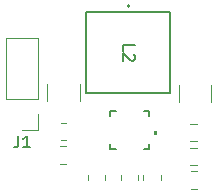
<source format=gto>
%TF.GenerationSoftware,KiCad,Pcbnew,9.0.4*%
%TF.CreationDate,2025-10-22T22:17:21-04:00*%
%TF.ProjectId,buck_regulator_12V_3A_L6983,6275636b-5f72-4656-9775-6c61746f725f,rev?*%
%TF.SameCoordinates,Original*%
%TF.FileFunction,Legend,Top*%
%TF.FilePolarity,Positive*%
%FSLAX46Y46*%
G04 Gerber Fmt 4.6, Leading zero omitted, Abs format (unit mm)*
G04 Created by KiCad (PCBNEW 9.0.4) date 2025-10-22 22:17:21*
%MOMM*%
%LPD*%
G01*
G04 APERTURE LIST*
%ADD10C,0.150000*%
%ADD11C,0.120000*%
%ADD12C,0.152400*%
%ADD13C,0.000000*%
G04 APERTURE END LIST*
D10*
X143845180Y-103050533D02*
X143845180Y-102574343D01*
X143845180Y-102574343D02*
X144845180Y-102574343D01*
X144749942Y-103336248D02*
X144797561Y-103383867D01*
X144797561Y-103383867D02*
X144845180Y-103479105D01*
X144845180Y-103479105D02*
X144845180Y-103717200D01*
X144845180Y-103717200D02*
X144797561Y-103812438D01*
X144797561Y-103812438D02*
X144749942Y-103860057D01*
X144749942Y-103860057D02*
X144654704Y-103907676D01*
X144654704Y-103907676D02*
X144559466Y-103907676D01*
X144559466Y-103907676D02*
X144416609Y-103860057D01*
X144416609Y-103860057D02*
X143845180Y-103288629D01*
X143845180Y-103288629D02*
X143845180Y-103907676D01*
X134966666Y-110234819D02*
X134966666Y-110949104D01*
X134966666Y-110949104D02*
X134919047Y-111091961D01*
X134919047Y-111091961D02*
X134823809Y-111187200D01*
X134823809Y-111187200D02*
X134680952Y-111234819D01*
X134680952Y-111234819D02*
X134585714Y-111234819D01*
X135966666Y-111234819D02*
X135395238Y-111234819D01*
X135680952Y-111234819D02*
X135680952Y-110234819D01*
X135680952Y-110234819D02*
X135585714Y-110377676D01*
X135585714Y-110377676D02*
X135490476Y-110472914D01*
X135490476Y-110472914D02*
X135395238Y-110520533D01*
D11*
%TO.C,R18*%
X145135000Y-114014564D02*
X145135000Y-113560436D01*
X143665000Y-114014564D02*
X143665000Y-113560436D01*
D12*
%TO.C,L2*%
X144376200Y-99280200D02*
G75*
G02*
X144223800Y-99280200I-76200J0D01*
G01*
X144223800Y-99280200D02*
G75*
G02*
X144376200Y-99280200I76200J0D01*
G01*
X140744000Y-99762800D02*
X140744000Y-106671600D01*
X140744000Y-106671600D02*
X147856000Y-106671600D01*
X147856000Y-106671600D02*
X147856000Y-99762800D01*
X147856000Y-99762800D02*
X140744000Y-99762800D01*
D11*
%TO.C,J1*%
X136680000Y-109780000D02*
X135300000Y-109780000D01*
X136680000Y-108400000D02*
X136680000Y-109780000D01*
X136680000Y-107130000D02*
X136680000Y-101940000D01*
X136680000Y-107130000D02*
X133920000Y-107130000D01*
X136680000Y-101940000D02*
X133920000Y-101940000D01*
X133920000Y-107130000D02*
X133920000Y-101940000D01*
%TO.C,R17*%
X140865000Y-113560436D02*
X140865000Y-114014564D01*
X142335000Y-113560436D02*
X142335000Y-114014564D01*
%TO.C,R19*%
X147035000Y-113560436D02*
X147035000Y-114014564D01*
X145565000Y-113560436D02*
X145565000Y-114014564D01*
%TO.C,C24*%
X149537748Y-110735000D02*
X150060252Y-110735000D01*
X149537748Y-109265000D02*
X150060252Y-109265000D01*
%TO.C,C22*%
X139011252Y-112635000D02*
X138488748Y-112635000D01*
X139011252Y-111165000D02*
X138488748Y-111165000D01*
%TO.C,R15*%
X138560436Y-109165000D02*
X139014564Y-109165000D01*
X138560436Y-110635000D02*
X139014564Y-110635000D01*
%TO.C,C25*%
X151260000Y-107386252D02*
X151260000Y-105963748D01*
X148540000Y-107386252D02*
X148540000Y-105963748D01*
D13*
%TO.C,U4*%
G36*
X146711400Y-110233553D02*
G01*
X146457400Y-110233553D01*
X146457400Y-109852553D01*
X146711400Y-109852553D01*
X146711400Y-110233553D01*
G37*
D12*
X142774400Y-111418590D02*
X143215471Y-111418590D01*
X146025600Y-111418590D02*
X146025600Y-110977519D01*
X146025600Y-108167390D02*
X145584529Y-108167390D01*
X142774400Y-108167390D02*
X142774400Y-108608461D01*
X142774400Y-110977519D02*
X142774400Y-111418590D01*
X145584529Y-111418590D02*
X146025600Y-111418590D01*
X146025600Y-108608461D02*
X146025600Y-108167390D01*
X143215471Y-108167390D02*
X142774400Y-108167390D01*
D11*
%TO.C,C21*%
X140160000Y-107336252D02*
X140160000Y-105913748D01*
X137440000Y-107336252D02*
X137440000Y-105913748D01*
%TO.C,R16*%
X149609436Y-113265000D02*
X150063564Y-113265000D01*
X149609436Y-114735000D02*
X150063564Y-114735000D01*
%TO.C,C23*%
X150060252Y-112735000D02*
X149537748Y-112735000D01*
X150060252Y-111265000D02*
X149537748Y-111265000D01*
%TD*%
M02*

</source>
